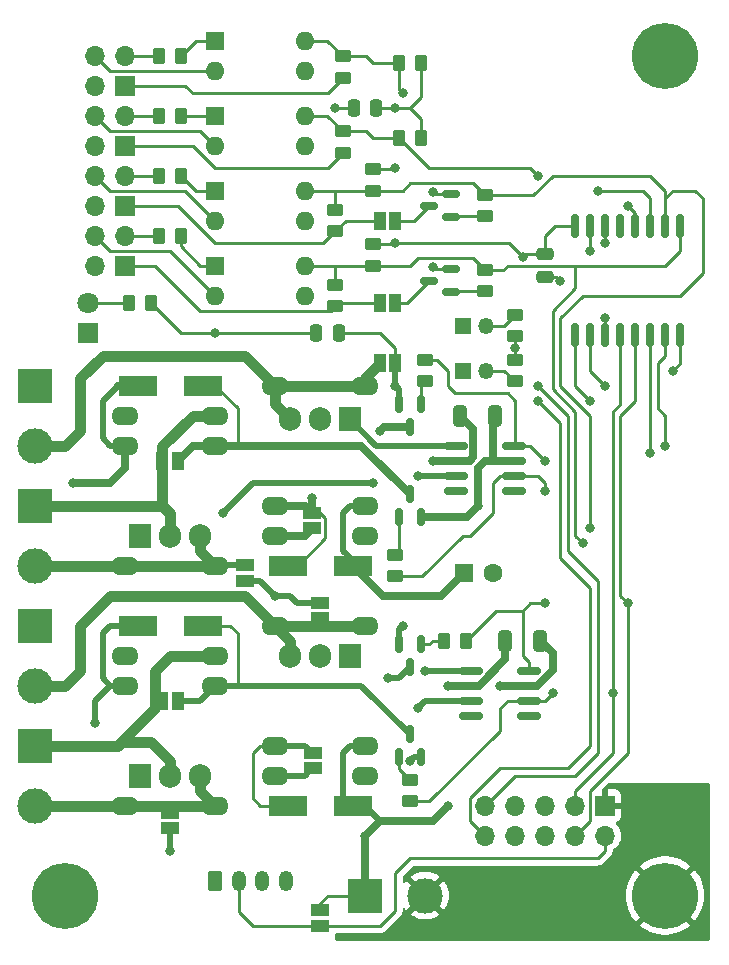
<source format=gbr>
%TF.GenerationSoftware,KiCad,Pcbnew,6.0.6*%
%TF.CreationDate,2022-09-05T11:32:39-04:00*%
%TF.ProjectId,mpio8,6d70696f-382e-46b6-9963-61645f706362,rev?*%
%TF.SameCoordinates,Original*%
%TF.FileFunction,Copper,L1,Top*%
%TF.FilePolarity,Positive*%
%FSLAX46Y46*%
G04 Gerber Fmt 4.6, Leading zero omitted, Abs format (unit mm)*
G04 Created by KiCad (PCBNEW 6.0.6) date 2022-09-05 11:32:39*
%MOMM*%
%LPD*%
G01*
G04 APERTURE LIST*
G04 Aperture macros list*
%AMRoundRect*
0 Rectangle with rounded corners*
0 $1 Rounding radius*
0 $2 $3 $4 $5 $6 $7 $8 $9 X,Y pos of 4 corners*
0 Add a 4 corners polygon primitive as box body*
4,1,4,$2,$3,$4,$5,$6,$7,$8,$9,$2,$3,0*
0 Add four circle primitives for the rounded corners*
1,1,$1+$1,$2,$3*
1,1,$1+$1,$4,$5*
1,1,$1+$1,$6,$7*
1,1,$1+$1,$8,$9*
0 Add four rect primitives between the rounded corners*
20,1,$1+$1,$2,$3,$4,$5,0*
20,1,$1+$1,$4,$5,$6,$7,0*
20,1,$1+$1,$6,$7,$8,$9,0*
20,1,$1+$1,$8,$9,$2,$3,0*%
G04 Aperture macros list end*
%TA.AperFunction,SMDPad,CuDef*%
%ADD10R,3.300000X1.700000*%
%TD*%
%TA.AperFunction,SMDPad,CuDef*%
%ADD11RoundRect,0.250000X-0.325000X-0.650000X0.325000X-0.650000X0.325000X0.650000X-0.325000X0.650000X0*%
%TD*%
%TA.AperFunction,SMDPad,CuDef*%
%ADD12RoundRect,0.250000X-0.250000X-0.475000X0.250000X-0.475000X0.250000X0.475000X-0.250000X0.475000X0*%
%TD*%
%TA.AperFunction,SMDPad,CuDef*%
%ADD13RoundRect,0.250000X0.250000X0.475000X-0.250000X0.475000X-0.250000X-0.475000X0.250000X-0.475000X0*%
%TD*%
%TA.AperFunction,SMDPad,CuDef*%
%ADD14RoundRect,0.250000X-0.262500X-0.450000X0.262500X-0.450000X0.262500X0.450000X-0.262500X0.450000X0*%
%TD*%
%TA.AperFunction,ComponentPad*%
%ADD15R,1.800000X1.800000*%
%TD*%
%TA.AperFunction,ComponentPad*%
%ADD16C,1.800000*%
%TD*%
%TA.AperFunction,SMDPad,CuDef*%
%ADD17R,1.500000X1.000000*%
%TD*%
%TA.AperFunction,SMDPad,CuDef*%
%ADD18RoundRect,0.250000X-0.450000X0.262500X-0.450000X-0.262500X0.450000X-0.262500X0.450000X0.262500X0*%
%TD*%
%TA.AperFunction,SMDPad,CuDef*%
%ADD19RoundRect,0.250000X0.450000X-0.262500X0.450000X0.262500X-0.450000X0.262500X-0.450000X-0.262500X0*%
%TD*%
%TA.AperFunction,ComponentPad*%
%ADD20R,1.350000X1.350000*%
%TD*%
%TA.AperFunction,ComponentPad*%
%ADD21O,1.350000X1.350000*%
%TD*%
%TA.AperFunction,ComponentPad*%
%ADD22C,5.600000*%
%TD*%
%TA.AperFunction,ComponentPad*%
%ADD23R,1.600000X1.600000*%
%TD*%
%TA.AperFunction,ComponentPad*%
%ADD24C,1.600000*%
%TD*%
%TA.AperFunction,ComponentPad*%
%ADD25R,1.700000X1.700000*%
%TD*%
%TA.AperFunction,ComponentPad*%
%ADD26O,1.700000X1.700000*%
%TD*%
%TA.AperFunction,SMDPad,CuDef*%
%ADD27RoundRect,0.250000X-0.475000X0.250000X-0.475000X-0.250000X0.475000X-0.250000X0.475000X0.250000X0*%
%TD*%
%TA.AperFunction,SMDPad,CuDef*%
%ADD28RoundRect,0.150000X0.150000X-0.875000X0.150000X0.875000X-0.150000X0.875000X-0.150000X-0.875000X0*%
%TD*%
%TA.AperFunction,SMDPad,CuDef*%
%ADD29RoundRect,0.250000X0.262500X0.450000X-0.262500X0.450000X-0.262500X-0.450000X0.262500X-0.450000X0*%
%TD*%
%TA.AperFunction,ComponentPad*%
%ADD30R,3.000000X3.000000*%
%TD*%
%TA.AperFunction,ComponentPad*%
%ADD31C,3.000000*%
%TD*%
%TA.AperFunction,ComponentPad*%
%ADD32O,2.300000X1.600000*%
%TD*%
%TA.AperFunction,ComponentPad*%
%ADD33O,1.600000X1.600000*%
%TD*%
%TA.AperFunction,SMDPad,CuDef*%
%ADD34RoundRect,0.150000X-0.150000X0.587500X-0.150000X-0.587500X0.150000X-0.587500X0.150000X0.587500X0*%
%TD*%
%TA.AperFunction,SMDPad,CuDef*%
%ADD35RoundRect,0.150000X0.825000X0.150000X-0.825000X0.150000X-0.825000X-0.150000X0.825000X-0.150000X0*%
%TD*%
%TA.AperFunction,ComponentPad*%
%ADD36R,1.905000X2.000000*%
%TD*%
%TA.AperFunction,ComponentPad*%
%ADD37O,1.905000X2.000000*%
%TD*%
%TA.AperFunction,SMDPad,CuDef*%
%ADD38RoundRect,0.150000X0.587500X0.150000X-0.587500X0.150000X-0.587500X-0.150000X0.587500X-0.150000X0*%
%TD*%
%TA.AperFunction,SMDPad,CuDef*%
%ADD39R,1.000000X1.500000*%
%TD*%
%TA.AperFunction,ComponentPad*%
%ADD40RoundRect,0.250000X-0.350000X-0.625000X0.350000X-0.625000X0.350000X0.625000X-0.350000X0.625000X0*%
%TD*%
%TA.AperFunction,ComponentPad*%
%ADD41O,1.200000X1.750000*%
%TD*%
%TA.AperFunction,SMDPad,CuDef*%
%ADD42RoundRect,0.150000X0.150000X-0.587500X0.150000X0.587500X-0.150000X0.587500X-0.150000X-0.587500X0*%
%TD*%
%TA.AperFunction,ViaPad*%
%ADD43C,0.800000*%
%TD*%
%TA.AperFunction,Conductor*%
%ADD44C,0.635000*%
%TD*%
%TA.AperFunction,Conductor*%
%ADD45C,0.508000*%
%TD*%
%TA.AperFunction,Conductor*%
%ADD46C,0.254000*%
%TD*%
%TA.AperFunction,Conductor*%
%ADD47C,0.889000*%
%TD*%
G04 APERTURE END LIST*
D10*
%TO.P,D4,1,K*%
%TO.N,+5V*%
X108160000Y-104140000D03*
%TO.P,D4,2,A*%
%TO.N,Net-(D4-Pad2)*%
X102660000Y-104140000D03*
%TD*%
%TO.P,D3,1,K*%
%TO.N,+5V*%
X89960000Y-88900000D03*
%TO.P,D3,2,A*%
%TO.N,Net-(D3-Pad2)*%
X95460000Y-88900000D03*
%TD*%
%TO.P,D2,1,K*%
%TO.N,+5V*%
X108160000Y-124460000D03*
%TO.P,D2,2,A*%
%TO.N,Net-(D2-Pad2)*%
X102660000Y-124460000D03*
%TD*%
%TO.P,D1,1,K*%
%TO.N,+5V*%
X89960000Y-109220000D03*
%TO.P,D1,2,A*%
%TO.N,Net-(D1-Pad2)*%
X95460000Y-109220000D03*
%TD*%
D11*
%TO.P,C3,1*%
%TO.N,+5V*%
X121080000Y-110490000D03*
%TO.P,C3,2*%
%TO.N,GND*%
X124030000Y-110490000D03*
%TD*%
D12*
%TO.P,C6,1*%
%TO.N,VCC*%
X105095000Y-84455000D03*
%TO.P,C6,2*%
%TO.N,GND*%
X106995000Y-84455000D03*
%TD*%
D13*
%TO.P,C5,2*%
%TO.N,GND*%
X108270000Y-65405000D03*
%TO.P,C5,1*%
%TO.N,VCC*%
X110170000Y-65405000D03*
%TD*%
D11*
%TO.P,C4,1*%
%TO.N,+5V*%
X117270000Y-91440000D03*
%TO.P,C4,2*%
%TO.N,GND*%
X120220000Y-91440000D03*
%TD*%
D14*
%TO.P,R21,1*%
%TO.N,Net-(R21-Pad1)*%
X89257500Y-81915000D03*
%TO.P,R21,2*%
%TO.N,VCC*%
X91082500Y-81915000D03*
%TD*%
D15*
%TO.P,D5,1,K*%
%TO.N,GND*%
X85725000Y-84455000D03*
D16*
%TO.P,D5,2,A*%
%TO.N,Net-(R21-Pad1)*%
X85725000Y-81915000D03*
%TD*%
D17*
%TO.P,JP13,1,A*%
%TO.N,+5V*%
X105410000Y-133335000D03*
%TO.P,JP13,2,B*%
%TO.N,VCC*%
X105410000Y-134635000D03*
%TD*%
D18*
%TO.P,R20,1*%
%TO.N,GND*%
X121920000Y-86717500D03*
%TO.P,R20,2*%
%TO.N,Net-(U1-Pad2)*%
X121920000Y-88542500D03*
%TD*%
D19*
%TO.P,R19,1*%
%TO.N,GND*%
X121920000Y-84732500D03*
%TO.P,R19,2*%
%TO.N,Net-(U1-Pad1)*%
X121920000Y-82907500D03*
%TD*%
D20*
%TO.P,JP12,1,A*%
%TO.N,VCC*%
X117475000Y-87630000D03*
D21*
%TO.P,JP12,2,B*%
%TO.N,Net-(U1-Pad2)*%
X119475000Y-87630000D03*
%TD*%
D20*
%TO.P,JP11,1,A*%
%TO.N,VCC*%
X117475000Y-83820000D03*
D21*
%TO.P,JP11,2,B*%
%TO.N,Net-(U1-Pad1)*%
X119475000Y-83820000D03*
%TD*%
D22*
%TO.P,H3,1,1*%
%TO.N,GND*%
X83820000Y-132080000D03*
%TD*%
D23*
%TO.P,C1,1*%
%TO.N,+5V*%
X117592349Y-104775000D03*
D24*
%TO.P,C1,2*%
%TO.N,GND*%
X120092349Y-104775000D03*
%TD*%
D25*
%TO.P,J3,1,Pin_1*%
%TO.N,GND*%
X129540000Y-124460000D03*
D26*
%TO.P,J3,2,Pin_2*%
%TO.N,VCC*%
X129540000Y-127000000D03*
%TO.P,J3,3,Pin_3*%
%TO.N,IO0*%
X127000000Y-124460000D03*
%TO.P,J3,4,Pin_4*%
%TO.N,IO1*%
X127000000Y-127000000D03*
%TO.P,J3,5,Pin_5*%
%TO.N,IO2*%
X124460000Y-124460000D03*
%TO.P,J3,6,Pin_6*%
%TO.N,IO3*%
X124460000Y-127000000D03*
%TO.P,J3,7,Pin_7*%
%TO.N,IO4*%
X121920000Y-124460000D03*
%TO.P,J3,8,Pin_8*%
%TO.N,IO5*%
X121920000Y-127000000D03*
%TO.P,J3,9,Pin_9*%
%TO.N,IO6*%
X119380000Y-124460000D03*
%TO.P,J3,10,Pin_10*%
%TO.N,IO7*%
X119380000Y-127000000D03*
%TD*%
D27*
%TO.P,C2,1*%
%TO.N,VCC*%
X124460000Y-77790000D03*
%TO.P,C2,2*%
%TO.N,GND*%
X124460000Y-79690000D03*
%TD*%
D28*
%TO.P,U1,1,A0*%
%TO.N,Net-(U1-Pad1)*%
X127000000Y-84660000D03*
%TO.P,U1,2,A1*%
%TO.N,Net-(U1-Pad2)*%
X128270000Y-84660000D03*
%TO.P,U1,3,A2*%
%TO.N,GND*%
X129540000Y-84660000D03*
%TO.P,U1,4,P0*%
%TO.N,IO0*%
X130810000Y-84660000D03*
%TO.P,U1,5,P1*%
%TO.N,IO1*%
X132080000Y-84660000D03*
%TO.P,U1,6,P2*%
%TO.N,IO2*%
X133350000Y-84660000D03*
%TO.P,U1,7,P3*%
%TO.N,IO3*%
X134620000Y-84660000D03*
%TO.P,U1,8,GND*%
%TO.N,GND*%
X135890000Y-84660000D03*
%TO.P,U1,9,P4*%
%TO.N,IO4*%
X135890000Y-75360000D03*
%TO.P,U1,10,P5*%
%TO.N,IO5*%
X134620000Y-75360000D03*
%TO.P,U1,11,P6*%
%TO.N,IO6*%
X133350000Y-75360000D03*
%TO.P,U1,12,P7*%
%TO.N,IO7*%
X132080000Y-75360000D03*
%TO.P,U1,13,~{INT}*%
%TO.N,unconnected-(U1-Pad13)*%
X130810000Y-75360000D03*
%TO.P,U1,14,SCL*%
%TO.N,/SCL*%
X129540000Y-75360000D03*
%TO.P,U1,15,SDA*%
%TO.N,/SDA*%
X128270000Y-75360000D03*
%TO.P,U1,16,VDD*%
%TO.N,VCC*%
X127000000Y-75360000D03*
%TD*%
D14*
%TO.P,R12,1*%
%TO.N,Net-(R12-Pad1)*%
X91797500Y-71120000D03*
%TO.P,R12,2*%
%TO.N,Net-(R12-Pad2)*%
X93622500Y-71120000D03*
%TD*%
D22*
%TO.P,H1,1,1*%
%TO.N,GND*%
X134620000Y-60960000D03*
%TD*%
D25*
%TO.P,J11,1,Pin_1*%
%TO.N,Net-(R17-Pad2)*%
X88900000Y-63500000D03*
D26*
%TO.P,J11,2,Pin_2*%
%TO.N,GND*%
X86360000Y-63500000D03*
%TO.P,J11,3,Pin_3*%
%TO.N,Net-(R18-Pad2)*%
X88900000Y-60960000D03*
%TO.P,J11,4,Pin_4*%
%TO.N,Net-(U7-Pad2)*%
X86360000Y-60960000D03*
%TD*%
D29*
%TO.P,R18,1*%
%TO.N,Net-(R18-Pad1)*%
X93622500Y-60960000D03*
%TO.P,R18,2*%
%TO.N,Net-(R18-Pad2)*%
X91797500Y-60960000D03*
%TD*%
D25*
%TO.P,J9,1,Pin_1*%
%TO.N,Net-(JP10-Pad2)*%
X88900000Y-73660000D03*
D26*
%TO.P,J9,2,Pin_2*%
%TO.N,GND*%
X86360000Y-73660000D03*
%TO.P,J9,3,Pin_3*%
%TO.N,Net-(R12-Pad1)*%
X88900000Y-71120000D03*
%TO.P,J9,4,Pin_4*%
%TO.N,Net-(U5-Pad2)*%
X86360000Y-71120000D03*
%TD*%
D30*
%TO.P,J5,1,Pin_1*%
%TO.N,/OUT1NO*%
X81280000Y-109220000D03*
D31*
%TO.P,J5,2,Pin_2*%
%TO.N,/OUT1COM*%
X81280000Y-114300000D03*
%TD*%
D32*
%TO.P,K2,1*%
%TO.N,/OUT1COM*%
X101600000Y-109220000D03*
%TO.P,K2,5*%
%TO.N,Net-(D2-Pad2)*%
X101600000Y-119380000D03*
%TO.P,K2,6*%
%TO.N,/OUT1NO*%
X101600000Y-121920000D03*
%TO.P,K2,7*%
%TO.N,unconnected-(K2-Pad7)*%
X109220000Y-121920000D03*
%TO.P,K2,8*%
%TO.N,+5V*%
X109220000Y-119380000D03*
%TO.P,K2,12*%
%TO.N,/OUT1COM*%
X109220000Y-109220000D03*
%TD*%
D29*
%TO.P,R15,1*%
%TO.N,Net-(R15-Pad1)*%
X93622500Y-66040000D03*
%TO.P,R15,2*%
%TO.N,Net-(R15-Pad2)*%
X91797500Y-66040000D03*
%TD*%
D17*
%TO.P,JP6,1,A*%
%TO.N,GND*%
X99060000Y-105425000D03*
%TO.P,JP6,2,B*%
%TO.N,/OUT2COM*%
X99060000Y-104125000D03*
%TD*%
D23*
%TO.P,U5,1*%
%TO.N,Net-(R12-Pad2)*%
X96520000Y-72390000D03*
D33*
%TO.P,U5,2*%
%TO.N,Net-(U5-Pad2)*%
X96520000Y-74930000D03*
%TO.P,U5,3*%
%TO.N,GND*%
X104140000Y-74930000D03*
%TO.P,U5,4*%
%TO.N,IO5*%
X104140000Y-72390000D03*
%TD*%
D34*
%TO.P,Q8,1,B*%
%TO.N,Net-(Q8-Pad1)*%
X113980000Y-90502500D03*
%TO.P,Q8,2,E*%
%TO.N,GND*%
X112080000Y-90502500D03*
%TO.P,Q8,3,C*%
%TO.N,Net-(D4-Pad2)*%
X113030000Y-92377500D03*
%TD*%
D35*
%TO.P,U3,1,NC*%
%TO.N,unconnected-(U3-Pad1)*%
X121855000Y-97790000D03*
%TO.P,U3,2,IN_A*%
%TO.N,IO2*%
X121855000Y-96520000D03*
%TO.P,U3,3,GND*%
%TO.N,GND*%
X121855000Y-95250000D03*
%TO.P,U3,4,IN_B*%
%TO.N,IO3*%
X121855000Y-93980000D03*
%TO.P,U3,5,OUT_B*%
%TO.N,Net-(U3-Pad5)*%
X116905000Y-93980000D03*
%TO.P,U3,6,V+*%
%TO.N,+5V*%
X116905000Y-95250000D03*
%TO.P,U3,7,OUT_A*%
%TO.N,Net-(U3-Pad7)*%
X116905000Y-96520000D03*
%TO.P,U3,8,NC*%
%TO.N,unconnected-(U3-Pad8)*%
X116905000Y-97790000D03*
%TD*%
D36*
%TO.P,Q5,1,G*%
%TO.N,Net-(U3-Pad7)*%
X90170000Y-101600000D03*
D37*
%TO.P,Q5,2,D*%
%TO.N,/OUT2NO*%
X92710000Y-101600000D03*
%TO.P,Q5,3,S*%
%TO.N,/OUT2COM*%
X95250000Y-101600000D03*
%TD*%
D18*
%TO.P,R5,1*%
%TO.N,VCC*%
X109855000Y-76915000D03*
%TO.P,R5,2*%
%TO.N,IO4*%
X109855000Y-78740000D03*
%TD*%
D38*
%TO.P,Q9,1,B*%
%TO.N,Net-(R7-Pad2)*%
X116507500Y-80960000D03*
%TO.P,Q9,2,E*%
%TO.N,GND*%
X116507500Y-79060000D03*
%TO.P,Q9,3,C*%
%TO.N,Net-(JP9-Pad1)*%
X114632500Y-80010000D03*
%TD*%
D19*
%TO.P,R1,1*%
%TO.N,IO0*%
X113030000Y-124102500D03*
%TO.P,R1,2*%
%TO.N,Net-(Q2-Pad1)*%
X113030000Y-122277500D03*
%TD*%
D23*
%TO.P,U7,1*%
%TO.N,Net-(R18-Pad1)*%
X96520000Y-59690000D03*
D33*
%TO.P,U7,2*%
%TO.N,Net-(U7-Pad2)*%
X96520000Y-62230000D03*
%TO.P,U7,3*%
%TO.N,GND*%
X104140000Y-62230000D03*
%TO.P,U7,4*%
%TO.N,IO7*%
X104140000Y-59690000D03*
%TD*%
D22*
%TO.P,H2,1,1*%
%TO.N,GND*%
X134620000Y-132080000D03*
%TD*%
D34*
%TO.P,Q4,1,B*%
%TO.N,Net-(Q4-Pad1)*%
X113980000Y-110822500D03*
%TO.P,Q4,2,E*%
%TO.N,GND*%
X112080000Y-110822500D03*
%TO.P,Q4,3,C*%
%TO.N,Net-(D2-Pad2)*%
X113030000Y-112697500D03*
%TD*%
D18*
%TO.P,R11,1*%
%TO.N,IO5*%
X119380000Y-72747500D03*
%TO.P,R11,2*%
%TO.N,Net-(R11-Pad2)*%
X119380000Y-74572500D03*
%TD*%
D36*
%TO.P,Q1,1,G*%
%TO.N,Net-(U2-Pad7)*%
X90170000Y-121920000D03*
D37*
%TO.P,Q1,2,D*%
%TO.N,/OUT0NO*%
X92710000Y-121920000D03*
%TO.P,Q1,3,S*%
%TO.N,/OUT0COM*%
X95250000Y-121920000D03*
%TD*%
D39*
%TO.P,JP9,1,A*%
%TO.N,Net-(JP9-Pad1)*%
X111790000Y-81915000D03*
%TO.P,JP9,2,B*%
%TO.N,Net-(JP9-Pad2)*%
X110490000Y-81915000D03*
%TD*%
D29*
%TO.P,R16,1*%
%TO.N,VCC*%
X113942500Y-61595000D03*
%TO.P,R16,2*%
%TO.N,IO7*%
X112117500Y-61595000D03*
%TD*%
D32*
%TO.P,K3,1*%
%TO.N,/OUT2COM*%
X96520000Y-104140000D03*
%TO.P,K3,5*%
%TO.N,Net-(D3-Pad2)*%
X96520000Y-93980000D03*
%TO.P,K3,6*%
%TO.N,/OUT2NO*%
X96520000Y-91440000D03*
%TO.P,K3,7*%
%TO.N,unconnected-(K3-Pad7)*%
X88900000Y-91440000D03*
%TO.P,K3,8*%
%TO.N,+5V*%
X88900000Y-93980000D03*
%TO.P,K3,12*%
%TO.N,/OUT2COM*%
X88900000Y-104140000D03*
%TD*%
%TO.P,K4,1*%
%TO.N,/OUT3COM*%
X101600000Y-88900000D03*
%TO.P,K4,5*%
%TO.N,Net-(D4-Pad2)*%
X101600000Y-99060000D03*
%TO.P,K4,6*%
%TO.N,/OUT3NO*%
X101600000Y-101600000D03*
%TO.P,K4,7*%
%TO.N,unconnected-(K4-Pad7)*%
X109220000Y-101600000D03*
%TO.P,K4,8*%
%TO.N,+5V*%
X109220000Y-99060000D03*
%TO.P,K4,12*%
%TO.N,/OUT3COM*%
X109220000Y-88900000D03*
%TD*%
D40*
%TO.P,J2,1,Pin_1*%
%TO.N,GND*%
X96520000Y-130810000D03*
D41*
%TO.P,J2,2,Pin_2*%
%TO.N,VCC*%
X98520000Y-130810000D03*
%TO.P,J2,3,Pin_3*%
%TO.N,/SDA*%
X100520000Y-130810000D03*
%TO.P,J2,4,Pin_4*%
%TO.N,/SCL*%
X102520000Y-130810000D03*
%TD*%
D18*
%TO.P,R9,1*%
%TO.N,VCC*%
X109855000Y-70565000D03*
%TO.P,R9,2*%
%TO.N,IO5*%
X109855000Y-72390000D03*
%TD*%
D25*
%TO.P,J10,1,Pin_1*%
%TO.N,Net-(R14-Pad2)*%
X88900000Y-68580000D03*
D26*
%TO.P,J10,2,Pin_2*%
%TO.N,GND*%
X86360000Y-68580000D03*
%TO.P,J10,3,Pin_3*%
%TO.N,Net-(R15-Pad2)*%
X88900000Y-66040000D03*
%TO.P,J10,4,Pin_4*%
%TO.N,Net-(U6-Pad2)*%
X86360000Y-66040000D03*
%TD*%
D18*
%TO.P,R7,1*%
%TO.N,IO4*%
X119380000Y-79097500D03*
%TO.P,R7,2*%
%TO.N,Net-(R7-Pad2)*%
X119380000Y-80922500D03*
%TD*%
D25*
%TO.P,J8,1,Pin_1*%
%TO.N,Net-(JP9-Pad2)*%
X88900000Y-78740000D03*
D26*
%TO.P,J8,2,Pin_2*%
%TO.N,GND*%
X86360000Y-78740000D03*
%TO.P,J8,3,Pin_3*%
%TO.N,Net-(R8-Pad1)*%
X88900000Y-76200000D03*
%TO.P,J8,4,Pin_4*%
%TO.N,Net-(U4-Pad2)*%
X86360000Y-76200000D03*
%TD*%
D36*
%TO.P,Q3,1,G*%
%TO.N,Net-(U2-Pad5)*%
X107950000Y-111760000D03*
D37*
%TO.P,Q3,2,D*%
%TO.N,/OUT1NO*%
X105410000Y-111760000D03*
%TO.P,Q3,3,S*%
%TO.N,/OUT1COM*%
X102870000Y-111760000D03*
%TD*%
D19*
%TO.P,R3,1*%
%TO.N,IO2*%
X111760000Y-105052500D03*
%TO.P,R3,2*%
%TO.N,Net-(Q6-Pad1)*%
X111760000Y-103227500D03*
%TD*%
D23*
%TO.P,U6,1*%
%TO.N,Net-(R15-Pad1)*%
X96520000Y-66040000D03*
D33*
%TO.P,U6,2*%
%TO.N,Net-(U6-Pad2)*%
X96520000Y-68580000D03*
%TO.P,U6,3*%
%TO.N,GND*%
X104140000Y-68580000D03*
%TO.P,U6,4*%
%TO.N,IO6*%
X104140000Y-66040000D03*
%TD*%
D18*
%TO.P,R4,1*%
%TO.N,IO3*%
X114300000Y-86717500D03*
%TO.P,R4,2*%
%TO.N,Net-(Q8-Pad1)*%
X114300000Y-88542500D03*
%TD*%
%TO.P,R14,1*%
%TO.N,IO6*%
X107315000Y-67390000D03*
%TO.P,R14,2*%
%TO.N,Net-(R14-Pad2)*%
X107315000Y-69215000D03*
%TD*%
D29*
%TO.P,R2,1*%
%TO.N,IO1*%
X117752500Y-110490000D03*
%TO.P,R2,2*%
%TO.N,Net-(Q4-Pad1)*%
X115927500Y-110490000D03*
%TD*%
D32*
%TO.P,K1,1*%
%TO.N,/OUT0COM*%
X96520000Y-124460000D03*
%TO.P,K1,5*%
%TO.N,Net-(D1-Pad2)*%
X96520000Y-114300000D03*
%TO.P,K1,6*%
%TO.N,/OUT0NO*%
X96520000Y-111760000D03*
%TO.P,K1,7*%
%TO.N,unconnected-(K1-Pad7)*%
X88900000Y-111760000D03*
%TO.P,K1,8*%
%TO.N,+5V*%
X88900000Y-114300000D03*
%TO.P,K1,12*%
%TO.N,/OUT0COM*%
X88900000Y-124460000D03*
%TD*%
D30*
%TO.P,J6,1,Pin_1*%
%TO.N,/OUT2NO*%
X81280000Y-99060000D03*
D31*
%TO.P,J6,2,Pin_2*%
%TO.N,/OUT2COM*%
X81280000Y-104140000D03*
%TD*%
D18*
%TO.P,R17,1*%
%TO.N,IO7*%
X107315000Y-61040000D03*
%TO.P,R17,2*%
%TO.N,Net-(R17-Pad2)*%
X107315000Y-62865000D03*
%TD*%
%TO.P,R10,1*%
%TO.N,IO5*%
X106680000Y-74017500D03*
%TO.P,R10,2*%
%TO.N,Net-(JP10-Pad2)*%
X106680000Y-75842500D03*
%TD*%
D17*
%TO.P,JP3,1,A*%
%TO.N,Net-(D2-Pad2)*%
X104775000Y-120000000D03*
%TO.P,JP3,2,B*%
%TO.N,/OUT1NO*%
X104775000Y-121300000D03*
%TD*%
D35*
%TO.P,U2,1,NC*%
%TO.N,unconnected-(U2-Pad1)*%
X123125000Y-116840000D03*
%TO.P,U2,2,IN_A*%
%TO.N,IO0*%
X123125000Y-115570000D03*
%TO.P,U2,3,GND*%
%TO.N,GND*%
X123125000Y-114300000D03*
%TO.P,U2,4,IN_B*%
%TO.N,IO1*%
X123125000Y-113030000D03*
%TO.P,U2,5,OUT_B*%
%TO.N,Net-(U2-Pad5)*%
X118175000Y-113030000D03*
%TO.P,U2,6,V+*%
%TO.N,+5V*%
X118175000Y-114300000D03*
%TO.P,U2,7,OUT_A*%
%TO.N,Net-(U2-Pad7)*%
X118175000Y-115570000D03*
%TO.P,U2,8,NC*%
%TO.N,unconnected-(U2-Pad8)*%
X118175000Y-116840000D03*
%TD*%
D39*
%TO.P,JP10,1,A*%
%TO.N,Net-(JP10-Pad1)*%
X111775000Y-74930000D03*
%TO.P,JP10,2,B*%
%TO.N,Net-(JP10-Pad2)*%
X110475000Y-74930000D03*
%TD*%
D14*
%TO.P,R8,1*%
%TO.N,Net-(R8-Pad1)*%
X91797500Y-76200000D03*
%TO.P,R8,2*%
%TO.N,Net-(R8-Pad2)*%
X93622500Y-76200000D03*
%TD*%
D23*
%TO.P,U4,1*%
%TO.N,Net-(R8-Pad2)*%
X96520000Y-78740000D03*
D33*
%TO.P,U4,2*%
%TO.N,Net-(U4-Pad2)*%
X96520000Y-81280000D03*
%TO.P,U4,3*%
%TO.N,GND*%
X104140000Y-81280000D03*
%TO.P,U4,4*%
%TO.N,IO4*%
X104140000Y-78740000D03*
%TD*%
D38*
%TO.P,Q10,1,B*%
%TO.N,Net-(R11-Pad2)*%
X116507500Y-74610000D03*
%TO.P,Q10,2,E*%
%TO.N,GND*%
X116507500Y-72710000D03*
%TO.P,Q10,3,C*%
%TO.N,Net-(JP10-Pad1)*%
X114632500Y-73660000D03*
%TD*%
D30*
%TO.P,J4,1,Pin_1*%
%TO.N,/OUT0NO*%
X81280000Y-119380000D03*
D31*
%TO.P,J4,2,Pin_2*%
%TO.N,/OUT0COM*%
X81280000Y-124460000D03*
%TD*%
D18*
%TO.P,R6,1*%
%TO.N,IO4*%
X106680000Y-80367500D03*
%TO.P,R6,2*%
%TO.N,Net-(JP9-Pad2)*%
X106680000Y-82192500D03*
%TD*%
D42*
%TO.P,Q2,1,B*%
%TO.N,Net-(Q2-Pad1)*%
X112080000Y-120317500D03*
%TO.P,Q2,2,E*%
%TO.N,GND*%
X113980000Y-120317500D03*
%TO.P,Q2,3,C*%
%TO.N,Net-(D1-Pad2)*%
X113030000Y-118442500D03*
%TD*%
D30*
%TO.P,J7,1,Pin_1*%
%TO.N,/OUT3NO*%
X81280000Y-88900000D03*
D31*
%TO.P,J7,2,Pin_2*%
%TO.N,/OUT3COM*%
X81280000Y-93980000D03*
%TD*%
D39*
%TO.P,JP1,1,A*%
%TO.N,Net-(D1-Pad2)*%
X93360000Y-115570000D03*
%TO.P,JP1,2,B*%
%TO.N,/OUT0NO*%
X92060000Y-115570000D03*
%TD*%
D17*
%TO.P,JP4,1,A*%
%TO.N,GND*%
X105410000Y-107300000D03*
%TO.P,JP4,2,B*%
%TO.N,/OUT1COM*%
X105410000Y-108600000D03*
%TD*%
%TO.P,JP2,1,A*%
%TO.N,GND*%
X92710000Y-126380000D03*
%TO.P,JP2,2,B*%
%TO.N,/OUT0COM*%
X92710000Y-125080000D03*
%TD*%
D30*
%TO.P,J1,1,Pin_1*%
%TO.N,+5V*%
X109220000Y-132080000D03*
D31*
%TO.P,J1,2,Pin_2*%
%TO.N,GND*%
X114300000Y-132080000D03*
%TD*%
D42*
%TO.P,Q6,1,B*%
%TO.N,Net-(Q6-Pad1)*%
X112080000Y-99997500D03*
%TO.P,Q6,2,E*%
%TO.N,GND*%
X113980000Y-99997500D03*
%TO.P,Q6,3,C*%
%TO.N,Net-(D3-Pad2)*%
X113030000Y-98122500D03*
%TD*%
D17*
%TO.P,JP7,1,A*%
%TO.N,Net-(D4-Pad2)*%
X104760000Y-99680000D03*
%TO.P,JP7,2,B*%
%TO.N,/OUT3NO*%
X104760000Y-100980000D03*
%TD*%
D29*
%TO.P,R13,1*%
%TO.N,VCC*%
X113942500Y-67945000D03*
%TO.P,R13,2*%
%TO.N,IO6*%
X112117500Y-67945000D03*
%TD*%
D39*
%TO.P,JP5,1,A*%
%TO.N,Net-(D3-Pad2)*%
X93360000Y-95250000D03*
%TO.P,JP5,2,B*%
%TO.N,/OUT2NO*%
X92060000Y-95250000D03*
%TD*%
D36*
%TO.P,Q7,1,G*%
%TO.N,Net-(U3-Pad5)*%
X107950000Y-91765000D03*
D37*
%TO.P,Q7,2,D*%
%TO.N,/OUT3NO*%
X105410000Y-91765000D03*
%TO.P,Q7,3,S*%
%TO.N,/OUT3COM*%
X102870000Y-91765000D03*
%TD*%
D39*
%TO.P,JP8,1,A*%
%TO.N,GND*%
X111775000Y-86995000D03*
%TO.P,JP8,2,B*%
%TO.N,/OUT3COM*%
X110475000Y-86995000D03*
%TD*%
D43*
%TO.N,+5V*%
X109220000Y-127000000D03*
%TO.N,GND*%
X106680000Y-65405000D03*
%TO.N,VCC*%
X96520000Y-84455000D03*
%TO.N,IO3*%
X124460000Y-95250000D03*
%TO.N,Net-(U1-Pad1)*%
X128270000Y-90170000D03*
%TO.N,Net-(U1-Pad2)*%
X129540000Y-88900000D03*
%TO.N,GND*%
X129540000Y-83185000D03*
X121920000Y-85725000D03*
%TO.N,Net-(U2-Pad5)*%
X114300000Y-113030000D03*
%TO.N,IO6*%
X123825000Y-71120000D03*
%TO.N,IO7*%
X131445000Y-73660000D03*
%TO.N,IO6*%
X128905000Y-72390000D03*
%TO.N,GND*%
X125730000Y-80010000D03*
%TO.N,IO7*%
X123825000Y-90170000D03*
%TO.N,IO6*%
X123825000Y-88900000D03*
%TO.N,GND*%
X135255000Y-87630000D03*
%TO.N,/SDA*%
X128270000Y-77470000D03*
%TO.N,/SCL*%
X129540000Y-76835000D03*
%TO.N,IO4*%
X127635000Y-102235000D03*
%TO.N,IO5*%
X128270000Y-100965000D03*
%TO.N,IO2*%
X133350000Y-94615000D03*
%TO.N,IO3*%
X134620000Y-93980000D03*
%TO.N,IO1*%
X131445000Y-107315000D03*
%TO.N,+5V*%
X116205000Y-124460000D03*
%TO.N,VCC*%
X122555000Y-78013500D03*
%TO.N,IO0*%
X130175000Y-114935000D03*
%TO.N,+5V*%
X116205000Y-114300000D03*
X86360000Y-117475000D03*
X84455000Y-97155000D03*
X114935000Y-95250000D03*
%TO.N,GND*%
X113030000Y-120650000D03*
X111760000Y-88900000D03*
X114935000Y-72481500D03*
X114935000Y-78831500D03*
X120650000Y-114300000D03*
X112395000Y-109220000D03*
X101600000Y-106680000D03*
X92710000Y-128270000D03*
X118745000Y-99060000D03*
%TO.N,VCC*%
X111760000Y-65405000D03*
X111760000Y-70485000D03*
X111760000Y-76835000D03*
%TO.N,Net-(D2-Pad2)*%
X111125000Y-113665000D03*
%TO.N,IO0*%
X125095000Y-114935000D03*
%TO.N,IO1*%
X124460000Y-107315000D03*
%TO.N,IO2*%
X124460000Y-97790000D03*
%TO.N,Net-(D4-Pad2)*%
X110490000Y-92710000D03*
X104760000Y-98440000D03*
%TO.N,IO7*%
X112395000Y-64135000D03*
%TO.N,Net-(U2-Pad7)*%
X113665000Y-116205000D03*
%TO.N,Net-(U3-Pad7)*%
X113665000Y-96520000D03*
X109855000Y-97155000D03*
X97155000Y-99695000D03*
%TD*%
D44*
%TO.N,+5V*%
X110700000Y-106680000D02*
X108160000Y-104140000D01*
D45*
X107315000Y-102870000D02*
X108160000Y-103715000D01*
X108160000Y-103715000D02*
X108160000Y-104140000D01*
D44*
X117592349Y-104775000D02*
X115687349Y-106680000D01*
X115687349Y-106680000D02*
X110700000Y-106680000D01*
X116905000Y-95250000D02*
X118110000Y-95250000D01*
X118397500Y-92567500D02*
X117270000Y-91440000D01*
X118110000Y-95250000D02*
X118397500Y-94962500D01*
X118397500Y-94962500D02*
X118397500Y-92567500D01*
%TO.N,GND*%
X120015000Y-95250000D02*
X121855000Y-95250000D01*
X120015000Y-95250000D02*
X120015000Y-91645000D01*
X119380000Y-95250000D02*
X120015000Y-95250000D01*
X120015000Y-91645000D02*
X120220000Y-91440000D01*
D46*
%TO.N,IO3*%
X116205000Y-88900000D02*
X116840000Y-89535000D01*
X121285000Y-89535000D02*
X121920000Y-90170000D01*
X115292500Y-86717500D02*
X116205000Y-87630000D01*
X114300000Y-86717500D02*
X115292500Y-86717500D01*
X116205000Y-87630000D02*
X116205000Y-88900000D01*
X116840000Y-89535000D02*
X121285000Y-89535000D01*
X121920000Y-90170000D02*
X121920000Y-93915000D01*
X121920000Y-93915000D02*
X121855000Y-93980000D01*
%TO.N,Net-(Q8-Pad1)*%
X113980000Y-90502500D02*
X113980000Y-88862500D01*
X113980000Y-88862500D02*
X114300000Y-88542500D01*
%TO.N,IO1*%
X122555000Y-107950000D02*
X120292500Y-107950000D01*
X120292500Y-107950000D02*
X117752500Y-110490000D01*
X122555000Y-111760000D02*
X122555000Y-107950000D01*
X123125000Y-113030000D02*
X123125000Y-112330000D01*
X122555000Y-107950000D02*
X123190000Y-107315000D01*
X123125000Y-112330000D02*
X122555000Y-111760000D01*
X123190000Y-107315000D02*
X124460000Y-107315000D01*
D44*
%TO.N,GND*%
X123125000Y-114300000D02*
X123773988Y-114300000D01*
X123773988Y-114300000D02*
X125095000Y-112978988D01*
X125095000Y-112978988D02*
X125095000Y-111555000D01*
X125095000Y-111555000D02*
X124030000Y-110490000D01*
%TO.N,+5V*%
X118175000Y-114300000D02*
X118823988Y-114300000D01*
X118823988Y-114300000D02*
X121080000Y-112043988D01*
X121080000Y-112043988D02*
X121080000Y-110490000D01*
D46*
%TO.N,GND*%
X106995000Y-84455000D02*
X110490000Y-84455000D01*
X110490000Y-84455000D02*
X111775000Y-85740000D01*
X111775000Y-85740000D02*
X111775000Y-86995000D01*
%TO.N,VCC*%
X96520000Y-84455000D02*
X105095000Y-84455000D01*
%TO.N,GND*%
X108270000Y-65405000D02*
X106680000Y-65405000D01*
%TO.N,VCC*%
X110170000Y-65405000D02*
X111760000Y-65405000D01*
%TO.N,IO2*%
X121855000Y-96520000D02*
X120650000Y-96520000D01*
X120650000Y-96520000D02*
X120015000Y-97155000D01*
X120015000Y-99695000D02*
X118110000Y-101600000D01*
X120015000Y-97155000D02*
X120015000Y-99695000D01*
X118110000Y-101600000D02*
X117475000Y-101600000D01*
X117475000Y-101600000D02*
X114022500Y-105052500D01*
X114022500Y-105052500D02*
X111760000Y-105052500D01*
%TO.N,VCC*%
X93622500Y-84455000D02*
X96520000Y-84455000D01*
X91082500Y-81915000D02*
X93622500Y-84455000D01*
%TO.N,Net-(R21-Pad1)*%
X85725000Y-81915000D02*
X89257500Y-81915000D01*
%TO.N,+5V*%
X105410000Y-133335000D02*
X105410000Y-132715000D01*
X105410000Y-132715000D02*
X106045000Y-132080000D01*
X106045000Y-132080000D02*
X109220000Y-132080000D01*
%TO.N,IO3*%
X123190000Y-93980000D02*
X124460000Y-95250000D01*
X121855000Y-93980000D02*
X123190000Y-93980000D01*
%TO.N,Net-(U1-Pad1)*%
X127000000Y-84660000D02*
X127000000Y-88900000D01*
X127000000Y-88900000D02*
X128270000Y-90170000D01*
%TO.N,Net-(U1-Pad2)*%
X128270000Y-84660000D02*
X128270000Y-87630000D01*
X128270000Y-87630000D02*
X129540000Y-88900000D01*
%TO.N,GND*%
X129540000Y-84660000D02*
X129540000Y-83185000D01*
%TO.N,Net-(U1-Pad2)*%
X119475000Y-87630000D02*
X121007500Y-87630000D01*
X121007500Y-87630000D02*
X121920000Y-88542500D01*
%TO.N,Net-(U1-Pad1)*%
X119475000Y-83820000D02*
X121007500Y-83820000D01*
X121007500Y-83820000D02*
X121920000Y-82907500D01*
%TO.N,GND*%
X121920000Y-86717500D02*
X121920000Y-84732500D01*
%TO.N,IO0*%
X130810000Y-84660000D02*
X130810000Y-90487500D01*
X130810000Y-90487500D02*
X130175000Y-91122500D01*
X130175000Y-91122500D02*
X130175000Y-114935000D01*
D45*
%TO.N,Net-(U2-Pad5)*%
X114300000Y-113030000D02*
X118175000Y-113030000D01*
D46*
%TO.N,VCC*%
X111760000Y-76835000D02*
X121376500Y-76835000D01*
X121376500Y-76835000D02*
X122555000Y-78013500D01*
%TO.N,IO6*%
X123190000Y-70485000D02*
X123825000Y-71120000D01*
X114657500Y-70485000D02*
X123190000Y-70485000D01*
%TO.N,IO7*%
X132080000Y-75360000D02*
X132080000Y-74295000D01*
X132080000Y-74295000D02*
X131445000Y-73660000D01*
%TO.N,IO5*%
X134620000Y-72390000D02*
X133350000Y-71120000D01*
X134620000Y-73025000D02*
X134620000Y-72390000D01*
X119380000Y-72747500D02*
X123467500Y-72747500D01*
X133350000Y-71120000D02*
X125095000Y-71120000D01*
X125095000Y-71120000D02*
X123467500Y-72747500D01*
%TO.N,IO6*%
X132715000Y-72390000D02*
X128905000Y-72390000D01*
%TO.N,GND*%
X125410000Y-79690000D02*
X125730000Y-80010000D01*
X124460000Y-79690000D02*
X125410000Y-79690000D01*
%TO.N,IO6*%
X133350000Y-75360000D02*
X133350000Y-73025000D01*
X133350000Y-73025000D02*
X132715000Y-72390000D01*
X124460000Y-89535000D02*
X123825000Y-88900000D01*
%TO.N,IO7*%
X119380000Y-127000000D02*
X118110000Y-125730000D01*
X126365000Y-121285000D02*
X128270000Y-119380000D01*
X118110000Y-125730000D02*
X118110000Y-123825000D01*
X118110000Y-123825000D02*
X120650000Y-121285000D01*
X120650000Y-121285000D02*
X126365000Y-121285000D01*
X128270000Y-119380000D02*
X128270000Y-106045000D01*
X128270000Y-106045000D02*
X125730000Y-103505000D01*
X125730000Y-103505000D02*
X125730000Y-92075000D01*
X125730000Y-92075000D02*
X123825000Y-90170000D01*
%TO.N,IO6*%
X119380000Y-124460000D02*
X121920000Y-121920000D01*
X126365000Y-102870000D02*
X126365000Y-91440000D01*
X121920000Y-121920000D02*
X127000000Y-121920000D01*
X128905000Y-105410000D02*
X126365000Y-102870000D01*
X127000000Y-121920000D02*
X128905000Y-120015000D01*
X128905000Y-120015000D02*
X128905000Y-105410000D01*
X126365000Y-91440000D02*
X124460000Y-89535000D01*
%TO.N,IO5*%
X128270000Y-91440000D02*
X128270000Y-100965000D01*
%TO.N,IO4*%
X127000000Y-91122500D02*
X127000000Y-101600000D01*
X125095000Y-82550000D02*
X125095000Y-89217500D01*
%TO.N,IO5*%
X125730000Y-83185000D02*
X125730000Y-88900000D01*
%TO.N,GND*%
X135890000Y-86995000D02*
X135255000Y-87630000D01*
X135890000Y-84660000D02*
X135890000Y-86995000D01*
%TO.N,IO3*%
X133985000Y-86995000D02*
X134620000Y-86360000D01*
X134620000Y-91440000D02*
X133985000Y-90805000D01*
X134620000Y-93980000D02*
X134620000Y-91440000D01*
X133985000Y-90805000D02*
X133985000Y-86995000D01*
X134620000Y-86360000D02*
X134620000Y-84660000D01*
%TO.N,/SDA*%
X128270000Y-75360000D02*
X128270000Y-77470000D01*
%TO.N,/SCL*%
X129540000Y-75360000D02*
X129540000Y-76835000D01*
%TO.N,IO4*%
X121285000Y-78740000D02*
X127000000Y-78740000D01*
X125095000Y-82550000D02*
X127000000Y-80645000D01*
X127000000Y-78740000D02*
X134620000Y-78740000D01*
X127635000Y-102235000D02*
X127000000Y-101600000D01*
X127000000Y-80645000D02*
X127000000Y-78740000D01*
X127000000Y-91122500D02*
X125095000Y-89217500D01*
%TO.N,IO5*%
X137795000Y-79375000D02*
X137795000Y-73025000D01*
X127635000Y-81280000D02*
X135890000Y-81280000D01*
X135255000Y-72390000D02*
X134620000Y-73025000D01*
X137795000Y-73025000D02*
X137160000Y-72390000D01*
X134620000Y-73025000D02*
X134620000Y-75360000D01*
X137160000Y-72390000D02*
X135255000Y-72390000D01*
X128270000Y-91440000D02*
X125730000Y-88900000D01*
X135890000Y-81280000D02*
X137795000Y-79375000D01*
X125730000Y-83185000D02*
X127635000Y-81280000D01*
%TO.N,IO1*%
X132080000Y-84660000D02*
X132080000Y-90170000D01*
X132080000Y-90170000D02*
X130810000Y-91440000D01*
X130810000Y-91440000D02*
X130810000Y-106680000D01*
X130810000Y-106680000D02*
X131445000Y-107315000D01*
%TO.N,IO2*%
X133350000Y-94615000D02*
X133350000Y-84660000D01*
%TO.N,IO1*%
X131445000Y-113030000D02*
X131445000Y-107315000D01*
D44*
%TO.N,+5V*%
X114935000Y-125730000D02*
X116205000Y-124460000D01*
X110490000Y-125730000D02*
X114935000Y-125730000D01*
D46*
%TO.N,VCC*%
X124460000Y-77790000D02*
X122778500Y-77790000D01*
X122778500Y-77790000D02*
X122555000Y-78013500D01*
X127000000Y-75360000D02*
X125300000Y-75360000D01*
X125300000Y-75360000D02*
X124460000Y-76200000D01*
X124460000Y-76200000D02*
X124460000Y-77790000D01*
%TO.N,IO4*%
X134620000Y-78740000D02*
X135890000Y-77470000D01*
X135890000Y-77470000D02*
X135890000Y-75360000D01*
X120927500Y-79097500D02*
X121285000Y-78740000D01*
X119380000Y-79097500D02*
X120927500Y-79097500D01*
%TO.N,IO1*%
X128270000Y-125730000D02*
X128270000Y-123190000D01*
X131445000Y-120015000D02*
X131445000Y-113030000D01*
X127000000Y-127000000D02*
X128270000Y-125730000D01*
X128270000Y-123190000D02*
X131445000Y-120015000D01*
%TO.N,IO0*%
X127000000Y-123190000D02*
X130175000Y-120015000D01*
X127000000Y-124460000D02*
X127000000Y-123190000D01*
X130175000Y-120015000D02*
X130175000Y-114935000D01*
%TO.N,VCC*%
X98520000Y-130810000D02*
X98520000Y-133445000D01*
X129540000Y-128270000D02*
X129540000Y-127000000D01*
X98520000Y-133445000D02*
X99695000Y-134620000D01*
X128905000Y-128905000D02*
X129540000Y-128270000D01*
X99695000Y-134620000D02*
X110490000Y-134620000D01*
X110490000Y-134620000D02*
X111760000Y-133350000D01*
X111760000Y-133350000D02*
X111760000Y-130175000D01*
X111760000Y-130175000D02*
X113030000Y-128905000D01*
X113030000Y-128905000D02*
X128905000Y-128905000D01*
D44*
%TO.N,+5V*%
X109220000Y-132080000D02*
X109220000Y-127000000D01*
X109220000Y-127000000D02*
X110490000Y-125730000D01*
X84455000Y-97155000D02*
X87630000Y-97155000D01*
D45*
X86995000Y-109855000D02*
X86995000Y-113665000D01*
X86995000Y-113665000D02*
X87630000Y-114300000D01*
X86995000Y-93345000D02*
X86995000Y-90170000D01*
X107315000Y-99695000D02*
X107950000Y-99060000D01*
X109220000Y-119380000D02*
X107950000Y-119380000D01*
X109220000Y-124460000D02*
X110490000Y-125730000D01*
D44*
X88900000Y-88900000D02*
X88265000Y-88900000D01*
X118175000Y-114300000D02*
X116205000Y-114300000D01*
D45*
X86360000Y-115570000D02*
X87630000Y-114300000D01*
X107315000Y-123825000D02*
X107950000Y-124460000D01*
X88900000Y-109220000D02*
X87630000Y-109220000D01*
X86360000Y-117475000D02*
X86360000Y-115570000D01*
X87630000Y-109220000D02*
X86995000Y-109855000D01*
D44*
X87630000Y-97155000D02*
X88900000Y-95885000D01*
D45*
X107315000Y-120015000D02*
X107315000Y-123825000D01*
D44*
X88900000Y-95885000D02*
X88900000Y-93980000D01*
D45*
X107950000Y-119380000D02*
X107315000Y-120015000D01*
X107950000Y-124460000D02*
X109220000Y-124460000D01*
X87630000Y-114300000D02*
X88900000Y-114300000D01*
X107950000Y-99060000D02*
X109220000Y-99060000D01*
X86995000Y-90170000D02*
X88265000Y-88900000D01*
X87630000Y-93980000D02*
X86995000Y-93345000D01*
D44*
X116905000Y-95250000D02*
X114935000Y-95250000D01*
D45*
X88900000Y-93980000D02*
X87630000Y-93980000D01*
X107315000Y-102870000D02*
X107315000Y-99695000D01*
%TO.N,GND*%
X113362500Y-120317500D02*
X113030000Y-120650000D01*
D46*
X115163500Y-79060000D02*
X114935000Y-78831500D01*
D44*
X117807500Y-99997500D02*
X118745000Y-99060000D01*
X113980000Y-99997500D02*
X117807500Y-99997500D01*
X123125000Y-114300000D02*
X120650000Y-114300000D01*
X118745000Y-99060000D02*
X118745000Y-95885000D01*
D45*
X112080000Y-90502500D02*
X112080000Y-89220000D01*
X111775000Y-86995000D02*
X111775000Y-88250000D01*
X111775000Y-88885000D02*
X111760000Y-88900000D01*
X103490000Y-107300000D02*
X105410000Y-107300000D01*
D46*
X115163500Y-72710000D02*
X114935000Y-72481500D01*
D45*
X112080000Y-89220000D02*
X111760000Y-88900000D01*
X99060000Y-105425000D02*
X100345000Y-105425000D01*
X111775000Y-88250000D02*
X111775000Y-88885000D01*
X102870000Y-106680000D02*
X103490000Y-107300000D01*
X112080000Y-109535000D02*
X112395000Y-109220000D01*
X92710000Y-126380000D02*
X92710000Y-128270000D01*
D46*
X116507500Y-72710000D02*
X115163500Y-72710000D01*
D45*
X112080000Y-110822500D02*
X112080000Y-109535000D01*
D44*
X118745000Y-95885000D02*
X119380000Y-95250000D01*
D45*
X113980000Y-120317500D02*
X113362500Y-120317500D01*
X100345000Y-105425000D02*
X101600000Y-106680000D01*
D46*
X116507500Y-79060000D02*
X115163500Y-79060000D01*
D45*
X101600000Y-106680000D02*
X102870000Y-106680000D01*
D46*
%TO.N,VCC*%
X111680000Y-70565000D02*
X111760000Y-70485000D01*
X111760000Y-65405000D02*
X113030000Y-65405000D01*
X109855000Y-76915000D02*
X111680000Y-76915000D01*
X113942500Y-66317500D02*
X113942500Y-67945000D01*
X113942500Y-64492500D02*
X113030000Y-65405000D01*
X113942500Y-61595000D02*
X113942500Y-64492500D01*
X113030000Y-65405000D02*
X113942500Y-66317500D01*
X111680000Y-76915000D02*
X111760000Y-76835000D01*
X109855000Y-70565000D02*
X111680000Y-70565000D01*
D45*
%TO.N,Net-(D1-Pad2)*%
X95250000Y-115570000D02*
X96520000Y-114300000D01*
X96520000Y-114300000D02*
X98425000Y-114300000D01*
D46*
X97790000Y-109220000D02*
X98425000Y-109855000D01*
D45*
X98425000Y-114300000D02*
X108887500Y-114300000D01*
X108887500Y-114300000D02*
X113030000Y-118442500D01*
D46*
X98425000Y-109855000D02*
X98425000Y-114300000D01*
X96520000Y-109220000D02*
X97790000Y-109220000D01*
D45*
X93360000Y-115570000D02*
X95250000Y-115570000D01*
D46*
%TO.N,Net-(D2-Pad2)*%
X100330000Y-119380000D02*
X101600000Y-119380000D01*
D45*
X112062500Y-113665000D02*
X113030000Y-112697500D01*
D46*
X99695000Y-123825000D02*
X99695000Y-120015000D01*
X101600000Y-124460000D02*
X100330000Y-124460000D01*
X99695000Y-120015000D02*
X100330000Y-119380000D01*
D45*
X111125000Y-113665000D02*
X112062500Y-113665000D01*
X101600000Y-119380000D02*
X104155000Y-119380000D01*
X104155000Y-119380000D02*
X104775000Y-120000000D01*
D46*
X100330000Y-124460000D02*
X99695000Y-123825000D01*
%TO.N,IO0*%
X113030000Y-124102500D02*
X114657500Y-124102500D01*
X120650000Y-118110000D02*
X120650000Y-116205000D01*
X114657500Y-124102500D02*
X120650000Y-118110000D01*
X124460000Y-115570000D02*
X125095000Y-114935000D01*
X121285000Y-115570000D02*
X123125000Y-115570000D01*
X120650000Y-116205000D02*
X121285000Y-115570000D01*
X123125000Y-115570000D02*
X124460000Y-115570000D01*
D47*
%TO.N,/OUT0NO*%
X92710000Y-120650000D02*
X91130500Y-119070500D01*
X88281000Y-119380000D02*
X88590500Y-119070500D01*
X88590500Y-119070500D02*
X91440000Y-116221000D01*
X92710000Y-121920000D02*
X92710000Y-120650000D01*
X81280000Y-119380000D02*
X88281000Y-119380000D01*
X91440000Y-116221000D02*
X91440000Y-113030000D01*
X92710000Y-111760000D02*
X96520000Y-111760000D01*
X91440000Y-113030000D02*
X92710000Y-111760000D01*
X91130500Y-119070500D02*
X88590500Y-119070500D01*
%TO.N,/OUT0COM*%
X95250000Y-123190000D02*
X96520000Y-124460000D01*
X95250000Y-121920000D02*
X95250000Y-123190000D01*
X81280000Y-124460000D02*
X96520000Y-124460000D01*
D45*
%TO.N,/OUT1NO*%
X104140000Y-121920000D02*
X101600000Y-121920000D01*
X104760000Y-121300000D02*
X104140000Y-121920000D01*
X104775000Y-121300000D02*
X104760000Y-121300000D01*
D47*
%TO.N,/OUT1COM*%
X102870000Y-110490000D02*
X101600000Y-109220000D01*
X109220000Y-109220000D02*
X101600000Y-109220000D01*
X101600000Y-109220000D02*
X99060000Y-106680000D01*
X83820000Y-114300000D02*
X81280000Y-114300000D01*
X87630000Y-106680000D02*
X85090000Y-109220000D01*
X85090000Y-113030000D02*
X83820000Y-114300000D01*
X102870000Y-111760000D02*
X102870000Y-110490000D01*
X85090000Y-109220000D02*
X85090000Y-113030000D01*
X99060000Y-106680000D02*
X87630000Y-106680000D01*
D46*
%TO.N,IO2*%
X124460000Y-97790000D02*
X124460000Y-97155000D01*
X123825000Y-96520000D02*
X121855000Y-96520000D01*
X124460000Y-97155000D02*
X123825000Y-96520000D01*
D44*
%TO.N,Net-(D3-Pad2)*%
X98425000Y-93980000D02*
X108887500Y-93980000D01*
X94630000Y-93980000D02*
X93360000Y-95250000D01*
X108887500Y-93980000D02*
X113030000Y-98122500D01*
D46*
X96520000Y-88900000D02*
X98425000Y-90805000D01*
D44*
X96520000Y-93980000D02*
X98425000Y-93980000D01*
X96520000Y-93980000D02*
X94630000Y-93980000D01*
D46*
X98425000Y-90805000D02*
X98425000Y-93980000D01*
%TO.N,Net-(D4-Pad2)*%
X103504000Y-104140000D02*
X105837000Y-101807000D01*
X105395000Y-99680000D02*
X104760000Y-99680000D01*
D44*
X101600000Y-99060000D02*
X104140000Y-99060000D01*
X104760000Y-99680000D02*
X104760000Y-98440000D01*
X104140000Y-99060000D02*
X104760000Y-99680000D01*
D46*
X105837000Y-100122000D02*
X105395000Y-99680000D01*
D44*
X110822500Y-92377500D02*
X113030000Y-92377500D01*
D46*
X105837000Y-101807000D02*
X105837000Y-100122000D01*
D44*
X110822500Y-92377500D02*
X110490000Y-92710000D01*
D46*
%TO.N,IO4*%
X113665000Y-78105000D02*
X118387500Y-78105000D01*
X109855000Y-78740000D02*
X113030000Y-78740000D01*
X106680000Y-78740000D02*
X109577500Y-78740000D01*
X104140000Y-78740000D02*
X106680000Y-78740000D01*
X118387500Y-78105000D02*
X119380000Y-79097500D01*
X106680000Y-80367500D02*
X106680000Y-78740000D01*
X113030000Y-78740000D02*
X113665000Y-78105000D01*
%TO.N,IO5*%
X113030000Y-71755000D02*
X118387500Y-71755000D01*
X118387500Y-71755000D02*
X119380000Y-72747500D01*
X109855000Y-72390000D02*
X112395000Y-72390000D01*
X112395000Y-72390000D02*
X113030000Y-71755000D01*
X104140000Y-72390000D02*
X106680000Y-72390000D01*
X106680000Y-72390000D02*
X109577500Y-72390000D01*
X106680000Y-74017500D02*
X106680000Y-72390000D01*
%TO.N,IO6*%
X105965000Y-66040000D02*
X107315000Y-67390000D01*
X109300000Y-67390000D02*
X109855000Y-67945000D01*
X109855000Y-67945000D02*
X112117500Y-67945000D01*
X112117500Y-67945000D02*
X114657500Y-70485000D01*
X107315000Y-67390000D02*
X109300000Y-67390000D01*
X104140000Y-66040000D02*
X105965000Y-66040000D01*
%TO.N,IO7*%
X109300000Y-61040000D02*
X109855000Y-61595000D01*
X105965000Y-59690000D02*
X107315000Y-61040000D01*
X107315000Y-61040000D02*
X109300000Y-61040000D01*
X104140000Y-59690000D02*
X105965000Y-59690000D01*
X112395000Y-64135000D02*
X112117500Y-63857500D01*
X112117500Y-63857500D02*
X112117500Y-61595000D01*
X109855000Y-61595000D02*
X112117500Y-61595000D01*
%TO.N,Net-(JP9-Pad1)*%
X114632500Y-80010000D02*
X112727500Y-81915000D01*
X112727500Y-81915000D02*
X111790000Y-81915000D01*
%TO.N,Net-(JP10-Pad1)*%
X111775000Y-74930000D02*
X113362500Y-74930000D01*
X113362500Y-74930000D02*
X114632500Y-73660000D01*
D45*
%TO.N,Net-(U2-Pad7)*%
X113665000Y-116205000D02*
X114300000Y-115570000D01*
X114300000Y-115570000D02*
X118175000Y-115570000D01*
D46*
%TO.N,Net-(Q2-Pad1)*%
X112080000Y-121327500D02*
X113030000Y-122277500D01*
X112080000Y-120317500D02*
X112080000Y-121327500D01*
%TO.N,Net-(Q4-Pad1)*%
X114602500Y-110822500D02*
X114935000Y-110490000D01*
X114935000Y-110490000D02*
X115927500Y-110490000D01*
X113980000Y-110822500D02*
X114602500Y-110822500D01*
D45*
%TO.N,Net-(U3-Pad7)*%
X109855000Y-97155000D02*
X99695000Y-97155000D01*
X116905000Y-96520000D02*
X113665000Y-96520000D01*
X99695000Y-97155000D02*
X97155000Y-99695000D01*
%TO.N,Net-(U3-Pad5)*%
X116905000Y-93980000D02*
X110165000Y-93980000D01*
X110165000Y-93980000D02*
X107950000Y-91765000D01*
D46*
%TO.N,Net-(R8-Pad2)*%
X95250000Y-78740000D02*
X93622500Y-77112500D01*
X93622500Y-77112500D02*
X93622500Y-76200000D01*
X96520000Y-78740000D02*
X95250000Y-78740000D01*
%TO.N,Net-(R12-Pad2)*%
X94892500Y-72390000D02*
X96520000Y-72390000D01*
X93622500Y-71120000D02*
X94892500Y-72390000D01*
%TO.N,Net-(R15-Pad1)*%
X93622500Y-66040000D02*
X96520000Y-66040000D01*
%TO.N,Net-(R18-Pad1)*%
X93622500Y-60960000D02*
X94892500Y-59690000D01*
X94892500Y-59690000D02*
X96520000Y-59690000D01*
D47*
%TO.N,/OUT2NO*%
X81280000Y-99060000D02*
X92059000Y-99060000D01*
X96520000Y-91440000D02*
X94631000Y-91440000D01*
X92710000Y-99711000D02*
X92710000Y-101600000D01*
X92060000Y-95250000D02*
X92060000Y-99059000D01*
X92059000Y-99060000D02*
X92710000Y-99711000D01*
X92060000Y-94011000D02*
X92060000Y-95250000D01*
X92060000Y-99059000D02*
X92059000Y-99060000D01*
X94631000Y-91440000D02*
X92060000Y-94011000D01*
%TO.N,/OUT2COM*%
X81280000Y-104140000D02*
X96520000Y-104140000D01*
D45*
X96535000Y-104125000D02*
X96520000Y-104140000D01*
D47*
X95250000Y-102870000D02*
X96520000Y-104140000D01*
D45*
X99060000Y-104125000D02*
X96535000Y-104125000D01*
D47*
X95250000Y-101600000D02*
X95250000Y-102870000D01*
D44*
%TO.N,/OUT3NO*%
X104140000Y-101600000D02*
X101600000Y-101600000D01*
X104760000Y-100980000D02*
X104140000Y-101600000D01*
D47*
%TO.N,/OUT3COM*%
X109220000Y-88900000D02*
X109220000Y-88250000D01*
X85090000Y-92710000D02*
X85090000Y-88265000D01*
X85090000Y-88265000D02*
X86995000Y-86360000D01*
X109220000Y-88900000D02*
X101600000Y-88900000D01*
X83820000Y-93980000D02*
X85090000Y-92710000D01*
X81280000Y-93980000D02*
X83820000Y-93980000D01*
X101600000Y-88900000D02*
X101600000Y-90495000D01*
X109220000Y-88250000D02*
X110475000Y-86995000D01*
X99060000Y-86360000D02*
X101600000Y-88900000D01*
X101600000Y-90495000D02*
X102870000Y-91765000D01*
X86995000Y-86360000D02*
X99060000Y-86360000D01*
D46*
%TO.N,Net-(Q6-Pad1)*%
X112080000Y-99997500D02*
X112080000Y-102832500D01*
X112080000Y-102832500D02*
X112117500Y-102870000D01*
%TO.N,Net-(R7-Pad2)*%
X119380000Y-80922500D02*
X116545000Y-80922500D01*
X116545000Y-80922500D02*
X116507500Y-80960000D01*
%TO.N,Net-(R11-Pad2)*%
X116545000Y-74572500D02*
X116507500Y-74610000D01*
X119380000Y-74572500D02*
X116545000Y-74572500D01*
%TO.N,Net-(JP9-Pad2)*%
X95250000Y-82550000D02*
X106322500Y-82550000D01*
X106322500Y-82550000D02*
X106680000Y-82192500D01*
X106680000Y-82192500D02*
X106957500Y-81915000D01*
X91440000Y-78740000D02*
X95250000Y-82550000D01*
X88900000Y-78740000D02*
X91440000Y-78740000D01*
X106957500Y-81915000D02*
X110490000Y-81915000D01*
%TO.N,Net-(R8-Pad1)*%
X88900000Y-76200000D02*
X91797500Y-76200000D01*
%TO.N,Net-(U4-Pad2)*%
X87630000Y-77470000D02*
X92710000Y-77470000D01*
X92710000Y-77470000D02*
X96520000Y-81280000D01*
X86360000Y-76200000D02*
X87630000Y-77470000D01*
%TO.N,Net-(JP10-Pad2)*%
X88900000Y-73660000D02*
X93345000Y-73660000D01*
X105687500Y-76835000D02*
X106680000Y-75842500D01*
X93345000Y-73660000D02*
X96520000Y-76835000D01*
X96520000Y-76835000D02*
X105687500Y-76835000D01*
X106680000Y-75842500D02*
X107592500Y-74930000D01*
X107592500Y-74930000D02*
X110475000Y-74930000D01*
%TO.N,Net-(R12-Pad1)*%
X88900000Y-71120000D02*
X91797500Y-71120000D01*
%TO.N,Net-(U5-Pad2)*%
X87630000Y-72390000D02*
X93980000Y-72390000D01*
X86360000Y-71120000D02*
X87630000Y-72390000D01*
X93980000Y-72390000D02*
X96520000Y-74930000D01*
%TO.N,Net-(R14-Pad2)*%
X96520000Y-70485000D02*
X106045000Y-70485000D01*
X88900000Y-68580000D02*
X94615000Y-68580000D01*
X94615000Y-68580000D02*
X96520000Y-70485000D01*
X106045000Y-70485000D02*
X107315000Y-69215000D01*
%TO.N,Net-(R15-Pad2)*%
X88900000Y-66040000D02*
X91797500Y-66040000D01*
%TO.N,Net-(U6-Pad2)*%
X87631450Y-67311450D02*
X95251450Y-67311450D01*
X86360000Y-66040000D02*
X87631450Y-67311450D01*
X95251450Y-67311450D02*
X96520000Y-68580000D01*
%TO.N,Net-(R17-Pad2)*%
X93980000Y-63500000D02*
X94615000Y-64135000D01*
X94615000Y-64135000D02*
X106045000Y-64135000D01*
X106045000Y-64135000D02*
X107315000Y-62865000D01*
X88900000Y-63500000D02*
X93980000Y-63500000D01*
%TO.N,Net-(R18-Pad2)*%
X88900000Y-60960000D02*
X91797500Y-60960000D01*
%TO.N,Net-(U7-Pad2)*%
X86360000Y-60960000D02*
X87630000Y-62230000D01*
X87630000Y-62230000D02*
X96520000Y-62230000D01*
%TD*%
%TA.AperFunction,Conductor*%
%TO.N,GND*%
G36*
X138372121Y-122575002D02*
G01*
X138418614Y-122628658D01*
X138430000Y-122681000D01*
X138430000Y-135764000D01*
X138409998Y-135832121D01*
X138356342Y-135878614D01*
X138304000Y-135890000D01*
X106806000Y-135890000D01*
X106737879Y-135869998D01*
X106691386Y-135816342D01*
X106680000Y-135764000D01*
X106680000Y-135381500D01*
X106700002Y-135313379D01*
X106753658Y-135266886D01*
X106806000Y-135255500D01*
X110410980Y-135255500D01*
X110422214Y-135256030D01*
X110429719Y-135257708D01*
X110498012Y-135255562D01*
X110501969Y-135255500D01*
X110529983Y-135255500D01*
X110533908Y-135255004D01*
X110533909Y-135255004D01*
X110534004Y-135254992D01*
X110545849Y-135254059D01*
X110575670Y-135253122D01*
X110582282Y-135252914D01*
X110582283Y-135252914D01*
X110590205Y-135252665D01*
X110609749Y-135246987D01*
X110629112Y-135242977D01*
X110641440Y-135241420D01*
X110641442Y-135241420D01*
X110649299Y-135240427D01*
X110656663Y-135237511D01*
X110656668Y-135237510D01*
X110690556Y-135224093D01*
X110701785Y-135220248D01*
X110718465Y-135215402D01*
X110744393Y-135207869D01*
X110751220Y-135203831D01*
X110751223Y-135203830D01*
X110761906Y-135197512D01*
X110779664Y-135188812D01*
X110791215Y-135184239D01*
X110791221Y-135184235D01*
X110798588Y-135181319D01*
X110834491Y-135155234D01*
X110844410Y-135148719D01*
X110875768Y-135130174D01*
X110875772Y-135130171D01*
X110882598Y-135126134D01*
X110896982Y-135111750D01*
X110912016Y-135098909D01*
X110922073Y-135091602D01*
X110928487Y-135086942D01*
X110956778Y-135052744D01*
X110964767Y-135043965D01*
X111412351Y-134596381D01*
X132469160Y-134596381D01*
X132469237Y-134597470D01*
X132471698Y-134601206D01*
X132745632Y-134811404D01*
X132751262Y-134815259D01*
X133051591Y-134997862D01*
X133057593Y-135001080D01*
X133375897Y-135150184D01*
X133382202Y-135152732D01*
X133714743Y-135266587D01*
X133721313Y-135268446D01*
X134064183Y-135345714D01*
X134070912Y-135346853D01*
X134420143Y-135386643D01*
X134426933Y-135387046D01*
X134778419Y-135388886D01*
X134785220Y-135388554D01*
X135134853Y-135352423D01*
X135141581Y-135351357D01*
X135485274Y-135277676D01*
X135491822Y-135275897D01*
X135825549Y-135165527D01*
X135831891Y-135163041D01*
X136151718Y-135017288D01*
X136157777Y-135014121D01*
X136459995Y-134834676D01*
X136465659Y-134830884D01*
X136746732Y-134619849D01*
X136751958Y-134615464D01*
X136761613Y-134606428D01*
X136769682Y-134592750D01*
X136769654Y-134592024D01*
X136764512Y-134583723D01*
X134632810Y-132452020D01*
X134618869Y-132444408D01*
X134617034Y-132444539D01*
X134610420Y-132448790D01*
X132476774Y-134582437D01*
X132469160Y-134596381D01*
X111412351Y-134596381D01*
X112153477Y-133855255D01*
X112161803Y-133847678D01*
X112168303Y-133843553D01*
X112215101Y-133793718D01*
X112217855Y-133790877D01*
X112237638Y-133771094D01*
X112240129Y-133767883D01*
X112247838Y-133758856D01*
X112259139Y-133746822D01*
X112278217Y-133726506D01*
X112288022Y-133708671D01*
X112298876Y-133692147D01*
X112306491Y-133682330D01*
X112306492Y-133682329D01*
X112311349Y-133676067D01*
X112314124Y-133669654D01*
X113075618Y-133669654D01*
X113082673Y-133679627D01*
X113113679Y-133705551D01*
X113120598Y-133710579D01*
X113345272Y-133851515D01*
X113352807Y-133855556D01*
X113594520Y-133964694D01*
X113602551Y-133967680D01*
X113856832Y-134043002D01*
X113865184Y-134044869D01*
X114127340Y-134084984D01*
X114135874Y-134085700D01*
X114401045Y-134089867D01*
X114409596Y-134089418D01*
X114672883Y-134057557D01*
X114681284Y-134055955D01*
X114937824Y-133988653D01*
X114945926Y-133985926D01*
X115190949Y-133884434D01*
X115198617Y-133880628D01*
X115427598Y-133746822D01*
X115434679Y-133742009D01*
X115514655Y-133679301D01*
X115523125Y-133667442D01*
X115516608Y-133655818D01*
X114312812Y-132452022D01*
X114298868Y-132444408D01*
X114297035Y-132444539D01*
X114290420Y-132448790D01*
X113082910Y-133656300D01*
X113075618Y-133669654D01*
X112314124Y-133669654D01*
X112328969Y-133635350D01*
X112334192Y-133624689D01*
X112351749Y-133592753D01*
X112351751Y-133592748D01*
X112355569Y-133585803D01*
X112357539Y-133578129D01*
X112357542Y-133578122D01*
X112360632Y-133566087D01*
X112367036Y-133547382D01*
X112371967Y-133535987D01*
X112375117Y-133528708D01*
X112382060Y-133484873D01*
X112384467Y-133473251D01*
X112395500Y-133430282D01*
X112395500Y-133409935D01*
X112397051Y-133390224D01*
X112398995Y-133377950D01*
X112400235Y-133370121D01*
X112396059Y-133325944D01*
X112395500Y-133314086D01*
X112395500Y-133259936D01*
X112415502Y-133191815D01*
X112469158Y-133145322D01*
X112539432Y-133135218D01*
X112604012Y-133164712D01*
X112625340Y-133188569D01*
X112699348Y-133296250D01*
X112709601Y-133304594D01*
X112723342Y-133297448D01*
X113927978Y-132092812D01*
X113934356Y-132081132D01*
X114664408Y-132081132D01*
X114664539Y-132082965D01*
X114668790Y-132089580D01*
X115875730Y-133296520D01*
X115887939Y-133303187D01*
X115899439Y-133294497D01*
X115996831Y-133161913D01*
X116001418Y-133154685D01*
X116127962Y-132921621D01*
X116131530Y-132913827D01*
X116225271Y-132665750D01*
X116227748Y-132657544D01*
X116286954Y-132399038D01*
X116288294Y-132390577D01*
X116312031Y-132124616D01*
X116312277Y-132119677D01*
X116312666Y-132082485D01*
X116312523Y-132077519D01*
X116312135Y-132071832D01*
X131307333Y-132071832D01*
X131325117Y-132422893D01*
X131325827Y-132429649D01*
X131381420Y-132776723D01*
X131382859Y-132783378D01*
X131475608Y-133122410D01*
X131477757Y-133128871D01*
X131606581Y-133455912D01*
X131609412Y-133462095D01*
X131772803Y-133773310D01*
X131776286Y-133779152D01*
X131972330Y-134070896D01*
X131976433Y-134076340D01*
X132096425Y-134218836D01*
X132109164Y-134227279D01*
X132119608Y-134221181D01*
X134247980Y-132092810D01*
X134254357Y-132081131D01*
X134984408Y-132081131D01*
X134984539Y-132082966D01*
X134988790Y-132089580D01*
X137119009Y-134219798D01*
X137132605Y-134227223D01*
X137142218Y-134220522D01*
X137242518Y-134103912D01*
X137246676Y-134098514D01*
X137445762Y-133808840D01*
X137449310Y-133803029D01*
X137615942Y-133493559D01*
X137618849Y-133487381D01*
X137751090Y-133161713D01*
X137753304Y-133155283D01*
X137849598Y-132817237D01*
X137851105Y-132810607D01*
X137910332Y-132464118D01*
X137911112Y-132457378D01*
X137932668Y-132104925D01*
X137932784Y-132101323D01*
X137932853Y-132081819D01*
X137932761Y-132078194D01*
X137913666Y-131725615D01*
X137912931Y-131718849D01*
X137856130Y-131371985D01*
X137854663Y-131365313D01*
X137760736Y-131026627D01*
X137758562Y-131020163D01*
X137628598Y-130693578D01*
X137625742Y-130687398D01*
X137461269Y-130376763D01*
X137457769Y-130370937D01*
X137260697Y-130079862D01*
X137256590Y-130074453D01*
X137143565Y-129941179D01*
X137130740Y-129932743D01*
X137120416Y-129938795D01*
X134992020Y-132067190D01*
X134984408Y-132081131D01*
X134254357Y-132081131D01*
X134255592Y-132078869D01*
X134255461Y-132077034D01*
X134251210Y-132070420D01*
X132120992Y-129940203D01*
X132107455Y-129932811D01*
X132097753Y-129939599D01*
X131990430Y-130065257D01*
X131986296Y-130070664D01*
X131788215Y-130361041D01*
X131784697Y-130366851D01*
X131619134Y-130676922D01*
X131616259Y-130683087D01*
X131485155Y-131009218D01*
X131482962Y-131015658D01*
X131387846Y-131354044D01*
X131386363Y-131360679D01*
X131328350Y-131707354D01*
X131327591Y-131714126D01*
X131307357Y-132065037D01*
X131307333Y-132071832D01*
X116312135Y-132071832D01*
X116294362Y-131811123D01*
X116293201Y-131802649D01*
X116239419Y-131542944D01*
X116237120Y-131534709D01*
X116148588Y-131284705D01*
X116145191Y-131276854D01*
X116023550Y-131041178D01*
X116019122Y-131033866D01*
X115900031Y-130864417D01*
X115889509Y-130856037D01*
X115876121Y-130863089D01*
X114672022Y-132067188D01*
X114664408Y-132081132D01*
X113934356Y-132081132D01*
X113935592Y-132078868D01*
X113935461Y-132077035D01*
X113931210Y-132070420D01*
X112723814Y-130863024D01*
X112711804Y-130856466D01*
X112700066Y-130865432D01*
X112623823Y-130971536D01*
X112567828Y-131015184D01*
X112497125Y-131021630D01*
X112434160Y-130988827D01*
X112398926Y-130927191D01*
X112395500Y-130898010D01*
X112395500Y-130492500D01*
X113076584Y-130492500D01*
X113082980Y-130503770D01*
X114287188Y-131707978D01*
X114301132Y-131715592D01*
X114302965Y-131715461D01*
X114309580Y-131711210D01*
X115516604Y-130504186D01*
X115523795Y-130491017D01*
X115516473Y-130480780D01*
X115469233Y-130442115D01*
X115462261Y-130437160D01*
X115236122Y-130298582D01*
X115228552Y-130294624D01*
X114985704Y-130188022D01*
X114977644Y-130185120D01*
X114722592Y-130112467D01*
X114714214Y-130110685D01*
X114451656Y-130073318D01*
X114443111Y-130072691D01*
X114177908Y-130071302D01*
X114169374Y-130071839D01*
X113906433Y-130106456D01*
X113898035Y-130108149D01*
X113642238Y-130178127D01*
X113634143Y-130180946D01*
X113390199Y-130284997D01*
X113382577Y-130288881D01*
X113155013Y-130425075D01*
X113147981Y-130429962D01*
X113085053Y-130480377D01*
X113076584Y-130492500D01*
X112395500Y-130492500D01*
X112395500Y-130490422D01*
X112415502Y-130422301D01*
X112432405Y-130401327D01*
X113256327Y-129577405D01*
X113275634Y-129566862D01*
X132469950Y-129566862D01*
X132469986Y-129567704D01*
X132475037Y-129575826D01*
X134607190Y-131707980D01*
X134621131Y-131715592D01*
X134622966Y-131715461D01*
X134629580Y-131711210D01*
X136762798Y-129577991D01*
X136770412Y-129564047D01*
X136770344Y-129563089D01*
X136765836Y-129556272D01*
X136764418Y-129555065D01*
X136484813Y-129342064D01*
X136479187Y-129338240D01*
X136178214Y-129156681D01*
X136172202Y-129153484D01*
X135853370Y-129005487D01*
X135847070Y-129002967D01*
X135514129Y-128890273D01*
X135507551Y-128888437D01*
X135164417Y-128812367D01*
X135157678Y-128811251D01*
X134808310Y-128772680D01*
X134801529Y-128772301D01*
X134450015Y-128771687D01*
X134443242Y-128772042D01*
X134093720Y-128809395D01*
X134087010Y-128810482D01*
X133743586Y-128885361D01*
X133737011Y-128887172D01*
X133403683Y-128998702D01*
X133397361Y-129001205D01*
X133078034Y-129148079D01*
X133071991Y-129151265D01*
X132770401Y-129331763D01*
X132764755Y-129335571D01*
X132484408Y-129547596D01*
X132479211Y-129551987D01*
X132477972Y-129553155D01*
X132469950Y-129566862D01*
X113275634Y-129566862D01*
X113318639Y-129543379D01*
X113345422Y-129540500D01*
X128825980Y-129540500D01*
X128837214Y-129541030D01*
X128844719Y-129542708D01*
X128913012Y-129540562D01*
X128916969Y-129540500D01*
X128944983Y-129540500D01*
X128948908Y-129540004D01*
X128948909Y-129540004D01*
X128949004Y-129539992D01*
X128960849Y-129539059D01*
X128990670Y-129538122D01*
X128997282Y-129537914D01*
X128997283Y-129537914D01*
X129005205Y-129537665D01*
X129024749Y-129531987D01*
X129044112Y-129527977D01*
X129056440Y-129526420D01*
X129056442Y-129526420D01*
X129064299Y-129525427D01*
X129071663Y-129522511D01*
X129071668Y-129522510D01*
X129105556Y-129509093D01*
X129116785Y-129505248D01*
X129133465Y-129500402D01*
X129159393Y-129492869D01*
X129166220Y-129488831D01*
X129166223Y-129488830D01*
X129176906Y-129482512D01*
X129194664Y-129473812D01*
X129206215Y-129469239D01*
X129206221Y-129469235D01*
X129213588Y-129466319D01*
X129249491Y-129440234D01*
X129259410Y-129433719D01*
X129290768Y-129415174D01*
X129290772Y-129415171D01*
X129297598Y-129411134D01*
X129311982Y-129396750D01*
X129327016Y-129383909D01*
X129337073Y-129376602D01*
X129343487Y-129371942D01*
X129371773Y-129337750D01*
X129379763Y-129328969D01*
X129933488Y-128775245D01*
X129941807Y-128767675D01*
X129948303Y-128763553D01*
X129995086Y-128713734D01*
X129997840Y-128710893D01*
X130017639Y-128691094D01*
X130020068Y-128687963D01*
X130020072Y-128687958D01*
X130020139Y-128687872D01*
X130027847Y-128678847D01*
X130052792Y-128652283D01*
X130058217Y-128646506D01*
X130062035Y-128639561D01*
X130062038Y-128639557D01*
X130068026Y-128628666D01*
X130078878Y-128612145D01*
X130080847Y-128609606D01*
X130091350Y-128596066D01*
X130108971Y-128555345D01*
X130114192Y-128544689D01*
X130131748Y-128512755D01*
X130131750Y-128512749D01*
X130135569Y-128505803D01*
X130137540Y-128498128D01*
X130137542Y-128498122D01*
X130140631Y-128486089D01*
X130147034Y-128467387D01*
X130155117Y-128448708D01*
X130156357Y-128440882D01*
X130156358Y-128440877D01*
X130162060Y-128404880D01*
X130164466Y-128393260D01*
X130173528Y-128357963D01*
X130173528Y-128357962D01*
X130175500Y-128350282D01*
X130175500Y-128329934D01*
X130177051Y-128310223D01*
X130178995Y-128297949D01*
X130180235Y-128290120D01*
X130179489Y-128282229D01*
X130179738Y-128274305D01*
X130182869Y-128274403D01*
X130193591Y-128219003D01*
X130238368Y-128171421D01*
X130237994Y-128170896D01*
X130419860Y-128041173D01*
X130578096Y-127883489D01*
X130637594Y-127800689D01*
X130705435Y-127706277D01*
X130708453Y-127702077D01*
X130729320Y-127659857D01*
X130805136Y-127506453D01*
X130805137Y-127506451D01*
X130807430Y-127501811D01*
X130847005Y-127371556D01*
X130870865Y-127293023D01*
X130870865Y-127293021D01*
X130872370Y-127288069D01*
X130901529Y-127066590D01*
X130903156Y-127000000D01*
X130884852Y-126777361D01*
X130830431Y-126560702D01*
X130741354Y-126355840D01*
X130678070Y-126258018D01*
X130622822Y-126172617D01*
X130622820Y-126172614D01*
X130620014Y-126168277D01*
X130616538Y-126164457D01*
X130616533Y-126164450D01*
X130472435Y-126006088D01*
X130441383Y-125942242D01*
X130449779Y-125871744D01*
X130494956Y-125816976D01*
X130521400Y-125803307D01*
X130628052Y-125763325D01*
X130643649Y-125754786D01*
X130745724Y-125678285D01*
X130758285Y-125665724D01*
X130834786Y-125563649D01*
X130843324Y-125548054D01*
X130888478Y-125427606D01*
X130892105Y-125412351D01*
X130897631Y-125361486D01*
X130898000Y-125354672D01*
X130898000Y-124732115D01*
X130893525Y-124716876D01*
X130892135Y-124715671D01*
X130884452Y-124714000D01*
X129412000Y-124714000D01*
X129343879Y-124693998D01*
X129297386Y-124640342D01*
X129286000Y-124588000D01*
X129286000Y-124187885D01*
X129794000Y-124187885D01*
X129798475Y-124203124D01*
X129799865Y-124204329D01*
X129807548Y-124206000D01*
X130879884Y-124206000D01*
X130895123Y-124201525D01*
X130896328Y-124200135D01*
X130897999Y-124192452D01*
X130897999Y-123565331D01*
X130897629Y-123558510D01*
X130892105Y-123507648D01*
X130888479Y-123492396D01*
X130843324Y-123371946D01*
X130834786Y-123356351D01*
X130758285Y-123254276D01*
X130745724Y-123241715D01*
X130643649Y-123165214D01*
X130628054Y-123156676D01*
X130507606Y-123111522D01*
X130492351Y-123107895D01*
X130441486Y-123102369D01*
X130434672Y-123102000D01*
X129812115Y-123102000D01*
X129796876Y-123106475D01*
X129795671Y-123107865D01*
X129794000Y-123115548D01*
X129794000Y-124187885D01*
X129286000Y-124187885D01*
X129286000Y-123124922D01*
X129306002Y-123056801D01*
X129322905Y-123035827D01*
X129766827Y-122591905D01*
X129829139Y-122557879D01*
X129855922Y-122555000D01*
X138304000Y-122555000D01*
X138372121Y-122575002D01*
G37*
%TD.AperFunction*%
%TD*%
M02*

</source>
